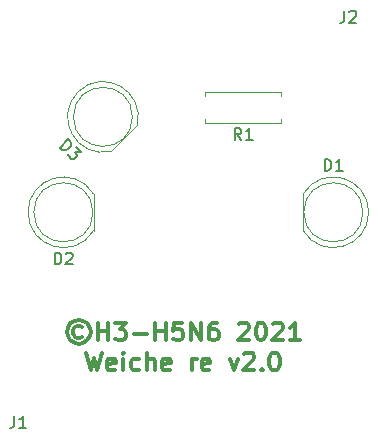
<source format=gto>
G04 #@! TF.GenerationSoftware,KiCad,Pcbnew,5.1.10*
G04 #@! TF.CreationDate,2021-05-21T02:11:28+02:00*
G04 #@! TF.ProjectId,Weichensimulator-rechts,57656963-6865-46e7-9369-6d756c61746f,rev?*
G04 #@! TF.SameCoordinates,Original*
G04 #@! TF.FileFunction,Legend,Top*
G04 #@! TF.FilePolarity,Positive*
%FSLAX46Y46*%
G04 Gerber Fmt 4.6, Leading zero omitted, Abs format (unit mm)*
G04 Created by KiCad (PCBNEW 5.1.10) date 2021-05-21 02:11:28*
%MOMM*%
%LPD*%
G01*
G04 APERTURE LIST*
%ADD10C,0.300000*%
%ADD11C,0.120000*%
%ADD12C,0.150000*%
%ADD13C,3.200000*%
%ADD14C,1.500000*%
%ADD15C,1.800000*%
%ADD16R,1.800000X1.800000*%
%ADD17C,0.100000*%
%ADD18O,1.600000X1.600000*%
%ADD19C,1.600000*%
%ADD20O,1.700000X1.700000*%
%ADD21R,1.700000X1.700000*%
G04 APERTURE END LIST*
D10*
X126048571Y-117640714D02*
X125905714Y-117569285D01*
X125620000Y-117569285D01*
X125477142Y-117640714D01*
X125334285Y-117783571D01*
X125262857Y-117926428D01*
X125262857Y-118212142D01*
X125334285Y-118355000D01*
X125477142Y-118497857D01*
X125620000Y-118569285D01*
X125905714Y-118569285D01*
X126048571Y-118497857D01*
X125762857Y-117069285D02*
X125405714Y-117140714D01*
X125048571Y-117355000D01*
X124834285Y-117712142D01*
X124762857Y-118069285D01*
X124834285Y-118426428D01*
X125048571Y-118783571D01*
X125405714Y-118997857D01*
X125762857Y-119069285D01*
X126120000Y-118997857D01*
X126477142Y-118783571D01*
X126691428Y-118426428D01*
X126762857Y-118069285D01*
X126691428Y-117712142D01*
X126477142Y-117355000D01*
X126120000Y-117140714D01*
X125762857Y-117069285D01*
X127405714Y-118783571D02*
X127405714Y-117283571D01*
X127405714Y-117997857D02*
X128262857Y-117997857D01*
X128262857Y-118783571D02*
X128262857Y-117283571D01*
X128834285Y-117283571D02*
X129762857Y-117283571D01*
X129262857Y-117855000D01*
X129477142Y-117855000D01*
X129620000Y-117926428D01*
X129691428Y-117997857D01*
X129762857Y-118140714D01*
X129762857Y-118497857D01*
X129691428Y-118640714D01*
X129620000Y-118712142D01*
X129477142Y-118783571D01*
X129048571Y-118783571D01*
X128905714Y-118712142D01*
X128834285Y-118640714D01*
X130405714Y-118212142D02*
X131548571Y-118212142D01*
X132262857Y-118783571D02*
X132262857Y-117283571D01*
X132262857Y-117997857D02*
X133120000Y-117997857D01*
X133120000Y-118783571D02*
X133120000Y-117283571D01*
X134548571Y-117283571D02*
X133834285Y-117283571D01*
X133762857Y-117997857D01*
X133834285Y-117926428D01*
X133977142Y-117855000D01*
X134334285Y-117855000D01*
X134477142Y-117926428D01*
X134548571Y-117997857D01*
X134620000Y-118140714D01*
X134620000Y-118497857D01*
X134548571Y-118640714D01*
X134477142Y-118712142D01*
X134334285Y-118783571D01*
X133977142Y-118783571D01*
X133834285Y-118712142D01*
X133762857Y-118640714D01*
X135262857Y-118783571D02*
X135262857Y-117283571D01*
X136120000Y-118783571D01*
X136120000Y-117283571D01*
X137477142Y-117283571D02*
X137191428Y-117283571D01*
X137048571Y-117355000D01*
X136977142Y-117426428D01*
X136834285Y-117640714D01*
X136762857Y-117926428D01*
X136762857Y-118497857D01*
X136834285Y-118640714D01*
X136905714Y-118712142D01*
X137048571Y-118783571D01*
X137334285Y-118783571D01*
X137477142Y-118712142D01*
X137548571Y-118640714D01*
X137620000Y-118497857D01*
X137620000Y-118140714D01*
X137548571Y-117997857D01*
X137477142Y-117926428D01*
X137334285Y-117855000D01*
X137048571Y-117855000D01*
X136905714Y-117926428D01*
X136834285Y-117997857D01*
X136762857Y-118140714D01*
X139334285Y-117426428D02*
X139405714Y-117355000D01*
X139548571Y-117283571D01*
X139905714Y-117283571D01*
X140048571Y-117355000D01*
X140120000Y-117426428D01*
X140191428Y-117569285D01*
X140191428Y-117712142D01*
X140120000Y-117926428D01*
X139262857Y-118783571D01*
X140191428Y-118783571D01*
X141120000Y-117283571D02*
X141262857Y-117283571D01*
X141405714Y-117355000D01*
X141477142Y-117426428D01*
X141548571Y-117569285D01*
X141620000Y-117855000D01*
X141620000Y-118212142D01*
X141548571Y-118497857D01*
X141477142Y-118640714D01*
X141405714Y-118712142D01*
X141262857Y-118783571D01*
X141120000Y-118783571D01*
X140977142Y-118712142D01*
X140905714Y-118640714D01*
X140834285Y-118497857D01*
X140762857Y-118212142D01*
X140762857Y-117855000D01*
X140834285Y-117569285D01*
X140905714Y-117426428D01*
X140977142Y-117355000D01*
X141120000Y-117283571D01*
X142191428Y-117426428D02*
X142262857Y-117355000D01*
X142405714Y-117283571D01*
X142762857Y-117283571D01*
X142905714Y-117355000D01*
X142977142Y-117426428D01*
X143048571Y-117569285D01*
X143048571Y-117712142D01*
X142977142Y-117926428D01*
X142120000Y-118783571D01*
X143048571Y-118783571D01*
X144477142Y-118783571D02*
X143620000Y-118783571D01*
X144048571Y-118783571D02*
X144048571Y-117283571D01*
X143905714Y-117497857D01*
X143762857Y-117640714D01*
X143620000Y-117712142D01*
X126405714Y-119833571D02*
X126762857Y-121333571D01*
X127048571Y-120262142D01*
X127334285Y-121333571D01*
X127691428Y-119833571D01*
X128834285Y-121262142D02*
X128691428Y-121333571D01*
X128405714Y-121333571D01*
X128262857Y-121262142D01*
X128191428Y-121119285D01*
X128191428Y-120547857D01*
X128262857Y-120405000D01*
X128405714Y-120333571D01*
X128691428Y-120333571D01*
X128834285Y-120405000D01*
X128905714Y-120547857D01*
X128905714Y-120690714D01*
X128191428Y-120833571D01*
X129548571Y-121333571D02*
X129548571Y-120333571D01*
X129548571Y-119833571D02*
X129477142Y-119905000D01*
X129548571Y-119976428D01*
X129620000Y-119905000D01*
X129548571Y-119833571D01*
X129548571Y-119976428D01*
X130905714Y-121262142D02*
X130762857Y-121333571D01*
X130477142Y-121333571D01*
X130334285Y-121262142D01*
X130262857Y-121190714D01*
X130191428Y-121047857D01*
X130191428Y-120619285D01*
X130262857Y-120476428D01*
X130334285Y-120405000D01*
X130477142Y-120333571D01*
X130762857Y-120333571D01*
X130905714Y-120405000D01*
X131548571Y-121333571D02*
X131548571Y-119833571D01*
X132191428Y-121333571D02*
X132191428Y-120547857D01*
X132120000Y-120405000D01*
X131977142Y-120333571D01*
X131762857Y-120333571D01*
X131620000Y-120405000D01*
X131548571Y-120476428D01*
X133477142Y-121262142D02*
X133334285Y-121333571D01*
X133048571Y-121333571D01*
X132905714Y-121262142D01*
X132834285Y-121119285D01*
X132834285Y-120547857D01*
X132905714Y-120405000D01*
X133048571Y-120333571D01*
X133334285Y-120333571D01*
X133477142Y-120405000D01*
X133548571Y-120547857D01*
X133548571Y-120690714D01*
X132834285Y-120833571D01*
X135334285Y-121333571D02*
X135334285Y-120333571D01*
X135334285Y-120619285D02*
X135405714Y-120476428D01*
X135477142Y-120405000D01*
X135620000Y-120333571D01*
X135762857Y-120333571D01*
X136834285Y-121262142D02*
X136691428Y-121333571D01*
X136405714Y-121333571D01*
X136262857Y-121262142D01*
X136191428Y-121119285D01*
X136191428Y-120547857D01*
X136262857Y-120405000D01*
X136405714Y-120333571D01*
X136691428Y-120333571D01*
X136834285Y-120405000D01*
X136905714Y-120547857D01*
X136905714Y-120690714D01*
X136191428Y-120833571D01*
X138548571Y-120333571D02*
X138905714Y-121333571D01*
X139262857Y-120333571D01*
X139762857Y-119976428D02*
X139834285Y-119905000D01*
X139977142Y-119833571D01*
X140334285Y-119833571D01*
X140477142Y-119905000D01*
X140548571Y-119976428D01*
X140620000Y-120119285D01*
X140620000Y-120262142D01*
X140548571Y-120476428D01*
X139691428Y-121333571D01*
X140620000Y-121333571D01*
X141262857Y-121190714D02*
X141334285Y-121262142D01*
X141262857Y-121333571D01*
X141191428Y-121262142D01*
X141262857Y-121190714D01*
X141262857Y-121333571D01*
X142262857Y-119833571D02*
X142405714Y-119833571D01*
X142548571Y-119905000D01*
X142620000Y-119976428D01*
X142691428Y-120119285D01*
X142762857Y-120405000D01*
X142762857Y-120762142D01*
X142691428Y-121047857D01*
X142620000Y-121190714D01*
X142548571Y-121262142D01*
X142405714Y-121333571D01*
X142262857Y-121333571D01*
X142120000Y-121262142D01*
X142048571Y-121190714D01*
X141977142Y-121047857D01*
X141905714Y-120762142D01*
X141905714Y-120405000D01*
X141977142Y-120119285D01*
X142048571Y-119976428D01*
X142120000Y-119905000D01*
X142262857Y-119833571D01*
D11*
X149820000Y-107950000D02*
G75*
G03*
X149820000Y-107950000I-2500000J0D01*
G01*
X144760000Y-106405000D02*
X144760000Y-109495000D01*
X150310000Y-107949538D02*
G75*
G02*
X144760000Y-109494830I-2990000J-462D01*
G01*
X150310000Y-107950462D02*
G75*
G03*
X144760000Y-106405170I-2990000J462D01*
G01*
X127020000Y-109495000D02*
X127020000Y-106405000D01*
X126960000Y-107950000D02*
G75*
G03*
X126960000Y-107950000I-2500000J0D01*
G01*
X121470000Y-107949538D02*
G75*
G03*
X127020000Y-109494830I2990000J-462D01*
G01*
X121470000Y-107950462D02*
G75*
G02*
X127020000Y-106405170I2990000J462D01*
G01*
X130311974Y-99871974D02*
G75*
G03*
X130311974Y-99871974I-2500000J0D01*
G01*
X128529688Y-102774648D02*
X130714648Y-100589688D01*
X125697398Y-97758050D02*
G75*
G02*
X130714528Y-100589808I2114576J-2113924D01*
G01*
X125698050Y-97757398D02*
G75*
G03*
X128529808Y-102774528I2113924J-2114576D01*
G01*
X142910000Y-100040000D02*
X142910000Y-100370000D01*
X142910000Y-100370000D02*
X136490000Y-100370000D01*
X136490000Y-100370000D02*
X136490000Y-100040000D01*
X142910000Y-98080000D02*
X142910000Y-97750000D01*
X142910000Y-97750000D02*
X136490000Y-97750000D01*
X136490000Y-97750000D02*
X136490000Y-98080000D01*
D12*
X146581904Y-104442380D02*
X146581904Y-103442380D01*
X146820000Y-103442380D01*
X146962857Y-103490000D01*
X147058095Y-103585238D01*
X147105714Y-103680476D01*
X147153333Y-103870952D01*
X147153333Y-104013809D01*
X147105714Y-104204285D01*
X147058095Y-104299523D01*
X146962857Y-104394761D01*
X146820000Y-104442380D01*
X146581904Y-104442380D01*
X148105714Y-104442380D02*
X147534285Y-104442380D01*
X147820000Y-104442380D02*
X147820000Y-103442380D01*
X147724761Y-103585238D01*
X147629523Y-103680476D01*
X147534285Y-103728095D01*
X123721904Y-112362380D02*
X123721904Y-111362380D01*
X123960000Y-111362380D01*
X124102857Y-111410000D01*
X124198095Y-111505238D01*
X124245714Y-111600476D01*
X124293333Y-111790952D01*
X124293333Y-111933809D01*
X124245714Y-112124285D01*
X124198095Y-112219523D01*
X124102857Y-112314761D01*
X123960000Y-112362380D01*
X123721904Y-112362380D01*
X124674285Y-111457619D02*
X124721904Y-111410000D01*
X124817142Y-111362380D01*
X125055238Y-111362380D01*
X125150476Y-111410000D01*
X125198095Y-111457619D01*
X125245714Y-111552857D01*
X125245714Y-111648095D01*
X125198095Y-111790952D01*
X124626666Y-112362380D01*
X125245714Y-112362380D01*
X124170038Y-102470086D02*
X124877144Y-101762979D01*
X125045503Y-101931338D01*
X125112847Y-102066025D01*
X125112847Y-102200712D01*
X125079175Y-102301727D01*
X124978160Y-102470086D01*
X124877144Y-102571101D01*
X124708786Y-102672117D01*
X124607770Y-102705788D01*
X124473083Y-102705788D01*
X124338396Y-102638445D01*
X124170038Y-102470086D01*
X125516908Y-102402742D02*
X125954641Y-102840475D01*
X125449564Y-102874147D01*
X125550580Y-102975162D01*
X125584251Y-103076178D01*
X125584251Y-103143521D01*
X125550580Y-103244536D01*
X125382221Y-103412895D01*
X125281206Y-103446567D01*
X125213862Y-103446567D01*
X125112847Y-103412895D01*
X124910816Y-103210865D01*
X124877144Y-103109849D01*
X124877144Y-103042506D01*
X139533333Y-101822380D02*
X139200000Y-101346190D01*
X138961904Y-101822380D02*
X138961904Y-100822380D01*
X139342857Y-100822380D01*
X139438095Y-100870000D01*
X139485714Y-100917619D01*
X139533333Y-101012857D01*
X139533333Y-101155714D01*
X139485714Y-101250952D01*
X139438095Y-101298571D01*
X139342857Y-101346190D01*
X138961904Y-101346190D01*
X140485714Y-101822380D02*
X139914285Y-101822380D01*
X140200000Y-101822380D02*
X140200000Y-100822380D01*
X140104761Y-100965238D01*
X140009523Y-101060476D01*
X139914285Y-101108095D01*
X120316666Y-125182380D02*
X120316666Y-125896666D01*
X120269047Y-126039523D01*
X120173809Y-126134761D01*
X120030952Y-126182380D01*
X119935714Y-126182380D01*
X121316666Y-126182380D02*
X120745238Y-126182380D01*
X121030952Y-126182380D02*
X121030952Y-125182380D01*
X120935714Y-125325238D01*
X120840476Y-125420476D01*
X120745238Y-125468095D01*
X148256666Y-90892380D02*
X148256666Y-91606666D01*
X148209047Y-91749523D01*
X148113809Y-91844761D01*
X147970952Y-91892380D01*
X147875714Y-91892380D01*
X148685238Y-90987619D02*
X148732857Y-90940000D01*
X148828095Y-90892380D01*
X149066190Y-90892380D01*
X149161428Y-90940000D01*
X149209047Y-90987619D01*
X149256666Y-91082857D01*
X149256666Y-91178095D01*
X149209047Y-91320952D01*
X148637619Y-91892380D01*
X149256666Y-91892380D01*
%LPC*%
D13*
X120650000Y-92710000D03*
D14*
X143510000Y-123190000D03*
X140970000Y-123190000D03*
X135890000Y-123190000D03*
X130810000Y-123190000D03*
X125730000Y-123190000D03*
X125730000Y-115570000D03*
X130810000Y-115570000D03*
X135890000Y-115570000D03*
X140970000Y-115570000D03*
X143510000Y-115570000D03*
D15*
X148590000Y-107950000D03*
D16*
X146050000Y-107950000D03*
X125730000Y-107950000D03*
D15*
X123190000Y-107950000D03*
X126913949Y-98973949D03*
D17*
G36*
X129982792Y-100770000D02*
G01*
X128710000Y-102042792D01*
X127437208Y-100770000D01*
X128710000Y-99497208D01*
X129982792Y-100770000D01*
G37*
D18*
X135890000Y-99060000D03*
D19*
X143510000Y-99060000D03*
D20*
X118110000Y-123190000D03*
D21*
X120650000Y-123190000D03*
X146050000Y-90170000D03*
D20*
X146050000Y-92710000D03*
X143510000Y-92710000D03*
D21*
X143510000Y-90170000D03*
D13*
X151130000Y-123190000D03*
M02*

</source>
